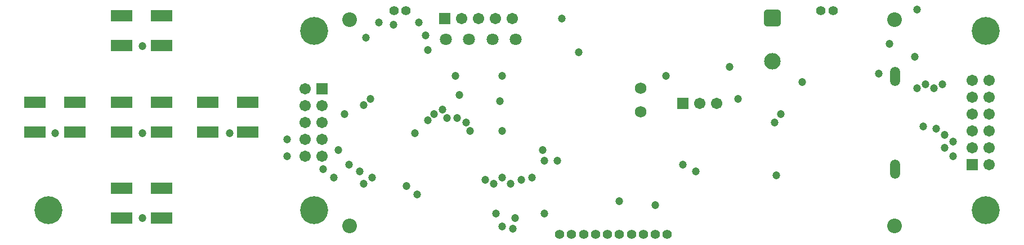
<source format=gts>
G04 Layer_Color=8388736*
%FSLAX25Y25*%
%MOIN*%
G70*
G01*
G75*
%ADD10R,0.12611X0.06706*%
%ADD11C,0.16548*%
%ADD12C,0.07099*%
%ADD13C,0.06706*%
%ADD14R,0.06706X0.06706*%
%ADD15O,0.05918X0.11430*%
%ADD16C,0.08674*%
%ADD17C,0.05524*%
%ADD18R,0.06706X0.06706*%
%ADD19C,0.06800*%
G04:AMPARAMS|DCode=20|XSize=98mil|YSize=98mil|CornerRadius=15.25mil|HoleSize=0mil|Usage=FLASHONLY|Rotation=270.000|XOffset=0mil|YOffset=0mil|HoleType=Round|Shape=RoundedRectangle|*
%AMROUNDEDRECTD20*
21,1,0.09800,0.06750,0,0,270.0*
21,1,0.06750,0.09800,0,0,270.0*
1,1,0.03050,-0.03375,-0.03375*
1,1,0.03050,-0.03375,0.03375*
1,1,0.03050,0.03375,0.03375*
1,1,0.03050,0.03375,-0.03375*
%
%ADD20ROUNDEDRECTD20*%
%ADD21C,0.09800*%
%ADD22C,0.04737*%
D10*
X133858Y182087D02*
D03*
X110236D02*
D03*
Y164370D02*
D03*
X133858D02*
D03*
X185039Y182087D02*
D03*
X161417D02*
D03*
Y164370D02*
D03*
X185039D02*
D03*
X236221Y182087D02*
D03*
X212598D02*
D03*
Y164370D02*
D03*
X236221D02*
D03*
X185039Y130905D02*
D03*
X161417D02*
D03*
Y113189D02*
D03*
X185039D02*
D03*
Y233268D02*
D03*
X161417D02*
D03*
Y215551D02*
D03*
X185039D02*
D03*
D11*
X673228Y224410D02*
D03*
X275590D02*
D03*
Y118110D02*
D03*
X673228D02*
D03*
X118110D02*
D03*
D12*
X394921Y219213D02*
D03*
X381142D02*
D03*
X367205D02*
D03*
X353425D02*
D03*
D13*
X392756Y231811D02*
D03*
X382756D02*
D03*
X372756D02*
D03*
X362756D02*
D03*
X270000Y150000D02*
D03*
X280000D02*
D03*
X270000Y160000D02*
D03*
X280000D02*
D03*
X270000Y170000D02*
D03*
X280000D02*
D03*
X270000Y180000D02*
D03*
X280000D02*
D03*
X270000Y190000D02*
D03*
X503858Y181417D02*
D03*
X513858D02*
D03*
X675000Y195000D02*
D03*
X665000D02*
D03*
X675000Y185000D02*
D03*
X665000D02*
D03*
X675000Y175000D02*
D03*
X665000D02*
D03*
X675000Y165000D02*
D03*
X665000D02*
D03*
X675000Y155000D02*
D03*
X665000D02*
D03*
X675000Y145000D02*
D03*
D14*
X352756Y231811D02*
D03*
X493858Y181417D02*
D03*
D15*
X619488Y142323D02*
D03*
Y197441D02*
D03*
D16*
X619291Y108661D02*
D03*
Y231102D02*
D03*
X296457D02*
D03*
Y108661D02*
D03*
D17*
X322835Y236221D02*
D03*
X329921D02*
D03*
X575591D02*
D03*
X582677D02*
D03*
X484646Y103543D02*
D03*
X477559D02*
D03*
X470472D02*
D03*
X463386D02*
D03*
X456299D02*
D03*
X420866D02*
D03*
X427953D02*
D03*
X435039D02*
D03*
X442126D02*
D03*
X449213D02*
D03*
D18*
X280000Y190000D02*
D03*
X665000Y145000D02*
D03*
D19*
X468661Y176457D02*
D03*
Y190236D02*
D03*
D20*
X546772Y232008D02*
D03*
D21*
Y206417D02*
D03*
D22*
X280945Y142362D02*
D03*
X419528Y147402D02*
D03*
X411969D02*
D03*
X309921Y137323D02*
D03*
X302362Y141102D02*
D03*
X296063Y144882D02*
D03*
X653858Y149921D02*
D03*
X648819Y154961D02*
D03*
X653858Y158740D02*
D03*
X648819Y162520D02*
D03*
X643780Y166299D02*
D03*
X122205Y163779D02*
D03*
X225512D02*
D03*
X173858Y113386D02*
D03*
Y163779D02*
D03*
Y215433D02*
D03*
X631181Y209134D02*
D03*
X564409Y194016D02*
D03*
X551811Y175118D02*
D03*
X548032Y170079D02*
D03*
X609764Y199055D02*
D03*
X632441Y236850D02*
D03*
X637480Y192756D02*
D03*
X642520Y190236D02*
D03*
X647559Y192756D02*
D03*
X616063Y216693D02*
D03*
X521575Y202835D02*
D03*
X483779Y197795D02*
D03*
X385512Y182677D02*
D03*
X361575Y186457D02*
D03*
X337638Y229291D02*
D03*
X341417Y221732D02*
D03*
X306142Y220472D02*
D03*
X313701Y229291D02*
D03*
X422047Y231811D02*
D03*
X432126Y211653D02*
D03*
X342677Y212913D02*
D03*
X322520Y228031D02*
D03*
X359055Y197795D02*
D03*
X386772D02*
D03*
X330079Y132283D02*
D03*
X336378Y127244D02*
D03*
X304882Y133543D02*
D03*
X376693Y136063D02*
D03*
X259528Y160000D02*
D03*
Y149921D02*
D03*
X304882Y180157D02*
D03*
X308661Y183937D02*
D03*
X342677Y171339D02*
D03*
X346457Y175118D02*
D03*
X386772Y108346D02*
D03*
X382992Y115905D02*
D03*
X477480Y120945D02*
D03*
X410709Y153701D02*
D03*
X381732Y133543D02*
D03*
X411969Y115905D02*
D03*
X386772Y165039D02*
D03*
X393071Y107087D02*
D03*
X398110Y136063D02*
D03*
X404410Y137323D02*
D03*
X386772D02*
D03*
X391811Y133543D02*
D03*
X394331Y113386D02*
D03*
X335118Y163779D02*
D03*
X636221Y167559D02*
D03*
X351496Y177638D02*
D03*
X354016Y172598D02*
D03*
X360315D02*
D03*
X365354Y170079D02*
D03*
X367874Y165039D02*
D03*
X632441Y190236D02*
D03*
X526614Y183937D02*
D03*
X501417Y141102D02*
D03*
X493858Y144882D02*
D03*
X293543Y175118D02*
D03*
X289764Y153701D02*
D03*
X287244Y137323D02*
D03*
X456063Y123465D02*
D03*
X549291Y138583D02*
D03*
M02*

</source>
